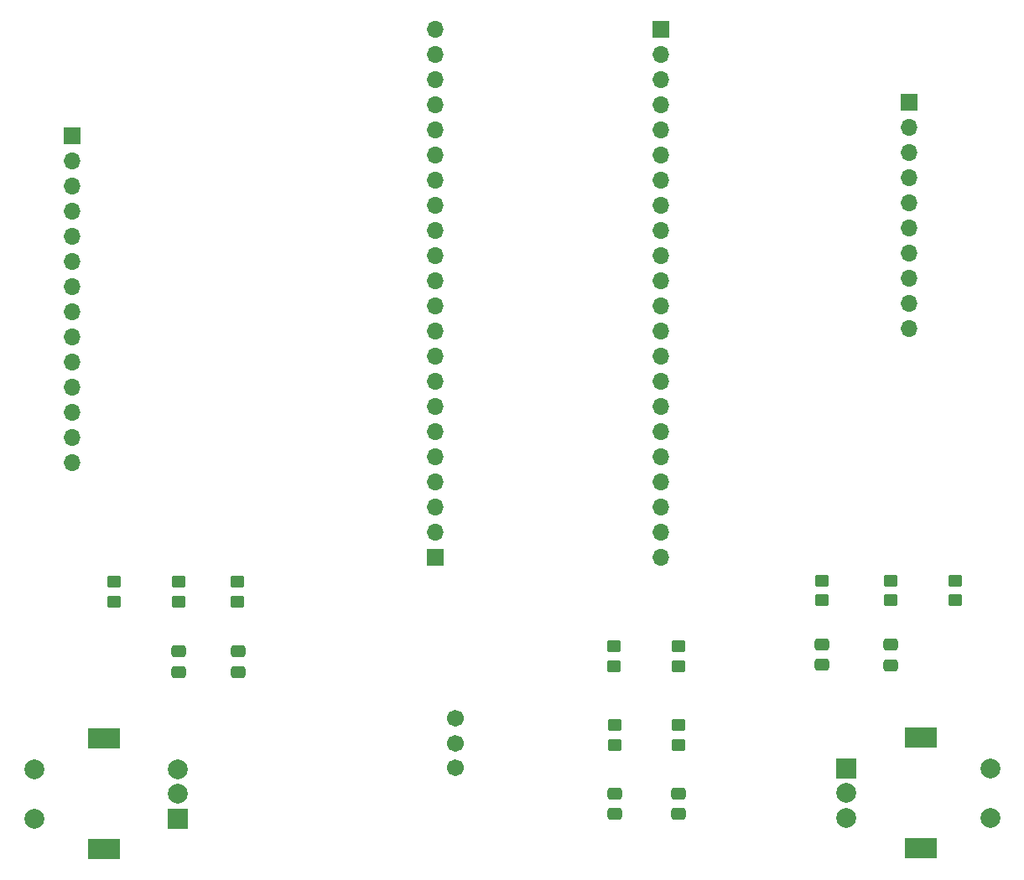
<source format=gts>
%TF.GenerationSoftware,KiCad,Pcbnew,8.0.1-rc1*%
%TF.CreationDate,2024-08-02T07:45:06-04:00*%
%TF.ProjectId,Schema,53636865-6d61-42e6-9b69-6361645f7063,rev?*%
%TF.SameCoordinates,Original*%
%TF.FileFunction,Soldermask,Top*%
%TF.FilePolarity,Negative*%
%FSLAX46Y46*%
G04 Gerber Fmt 4.6, Leading zero omitted, Abs format (unit mm)*
G04 Created by KiCad (PCBNEW 8.0.1-rc1) date 2024-08-02 07:45:06*
%MOMM*%
%LPD*%
G01*
G04 APERTURE LIST*
G04 Aperture macros list*
%AMRoundRect*
0 Rectangle with rounded corners*
0 $1 Rounding radius*
0 $2 $3 $4 $5 $6 $7 $8 $9 X,Y pos of 4 corners*
0 Add a 4 corners polygon primitive as box body*
4,1,4,$2,$3,$4,$5,$6,$7,$8,$9,$2,$3,0*
0 Add four circle primitives for the rounded corners*
1,1,$1+$1,$2,$3*
1,1,$1+$1,$4,$5*
1,1,$1+$1,$6,$7*
1,1,$1+$1,$8,$9*
0 Add four rect primitives between the rounded corners*
20,1,$1+$1,$2,$3,$4,$5,0*
20,1,$1+$1,$4,$5,$6,$7,0*
20,1,$1+$1,$6,$7,$8,$9,0*
20,1,$1+$1,$8,$9,$2,$3,0*%
G04 Aperture macros list end*
%ADD10RoundRect,0.250000X0.450000X-0.350000X0.450000X0.350000X-0.450000X0.350000X-0.450000X-0.350000X0*%
%ADD11RoundRect,0.250000X-0.475000X0.337500X-0.475000X-0.337500X0.475000X-0.337500X0.475000X0.337500X0*%
%ADD12R,1.700000X1.700000*%
%ADD13O,1.700000X1.700000*%
%ADD14RoundRect,0.250000X-0.450000X0.350000X-0.450000X-0.350000X0.450000X-0.350000X0.450000X0.350000X0*%
%ADD15R,2.000000X2.000000*%
%ADD16C,2.000000*%
%ADD17R,3.200000X2.000000*%
%ADD18C,1.701800*%
G04 APERTURE END LIST*
D10*
%TO.C,R3*%
X79810000Y-96472500D03*
X79810000Y-94472500D03*
%TD*%
%TO.C,R12*%
X130340000Y-110907500D03*
X130340000Y-108907500D03*
%TD*%
%TO.C,R10*%
X136840000Y-110907500D03*
X136840000Y-108907500D03*
%TD*%
D11*
%TO.C,C5*%
X136840000Y-115832500D03*
X136840000Y-117907500D03*
%TD*%
D12*
%TO.C,J4*%
X75620000Y-49360000D03*
D13*
X75620000Y-51900000D03*
X75620000Y-54440000D03*
X75620000Y-56980000D03*
X75620000Y-59520000D03*
X75620000Y-62060000D03*
X75620000Y-64600000D03*
X75620000Y-67140000D03*
X75620000Y-69680000D03*
X75620000Y-72220000D03*
X75620000Y-74760000D03*
X75620000Y-77300000D03*
X75620000Y-79840000D03*
X75620000Y-82380000D03*
%TD*%
D10*
%TO.C,R1*%
X86310000Y-96472500D03*
X86310000Y-94472500D03*
%TD*%
D14*
%TO.C,R4*%
X158260000Y-94340000D03*
X158260000Y-96340000D03*
%TD*%
%TO.C,R16*%
X164760000Y-94340000D03*
X164760000Y-96340000D03*
%TD*%
D11*
%TO.C,C8*%
X158260000Y-100802500D03*
X158260000Y-102877500D03*
%TD*%
D14*
%TO.C,R13*%
X151260000Y-94340000D03*
X151260000Y-96340000D03*
%TD*%
D15*
%TO.C,SW1*%
X86280000Y-118360000D03*
D16*
X86280000Y-113360000D03*
X86280000Y-115860000D03*
D17*
X78780000Y-121460000D03*
X78780000Y-110260000D03*
D16*
X71780000Y-113360000D03*
X71780000Y-118360000D03*
%TD*%
D11*
%TO.C,C2*%
X86310000Y-101472500D03*
X86310000Y-103547500D03*
%TD*%
D10*
%TO.C,R9*%
X136820000Y-102980000D03*
X136820000Y-100980000D03*
%TD*%
D11*
%TO.C,C6*%
X130340000Y-115832500D03*
X130340000Y-117907500D03*
%TD*%
%TO.C,C11*%
X151260000Y-100765000D03*
X151260000Y-102840000D03*
%TD*%
%TO.C,C1*%
X92340000Y-101490000D03*
X92340000Y-103565000D03*
%TD*%
D10*
%TO.C,R2*%
X92310000Y-96472500D03*
X92310000Y-94472500D03*
%TD*%
D18*
%TO.C,SW3*%
X114269100Y-108270000D03*
X114269100Y-110770000D03*
X114269100Y-113270000D03*
%TD*%
D15*
%TO.C,SW2*%
X153780000Y-113280000D03*
D16*
X153780000Y-118280000D03*
X153780000Y-115780000D03*
D17*
X161280000Y-110180000D03*
X161280000Y-121380000D03*
D16*
X168280000Y-118280000D03*
X168280000Y-113280000D03*
%TD*%
D14*
%TO.C,R11*%
X130330000Y-100980000D03*
X130330000Y-102980000D03*
%TD*%
D12*
%TO.C,J3*%
X160110000Y-46030000D03*
D13*
X160110000Y-48570000D03*
X160110000Y-51110000D03*
X160110000Y-53650000D03*
X160110000Y-56190000D03*
X160110000Y-58730000D03*
X160110000Y-61270000D03*
X160110000Y-63810000D03*
X160110000Y-66350000D03*
X160110000Y-68890000D03*
%TD*%
D12*
%TO.C,J1*%
X112220000Y-92010000D03*
D13*
X112220000Y-89470000D03*
X112220000Y-86930000D03*
X112220000Y-84390000D03*
X112220000Y-81850000D03*
X112220000Y-79310000D03*
X112220000Y-76770000D03*
X112220000Y-74230000D03*
X112220000Y-71690000D03*
X112220000Y-69150000D03*
X112220000Y-66610000D03*
X112220000Y-64070000D03*
X112220000Y-61530000D03*
X112220000Y-58990000D03*
X112220000Y-56450000D03*
X112220000Y-53910000D03*
X112220000Y-51370000D03*
X112220000Y-48830000D03*
X112220000Y-46290000D03*
X112220000Y-43750000D03*
X112220000Y-41210000D03*
X112220000Y-38670000D03*
%TD*%
D12*
%TO.C,J2*%
X135070000Y-38660000D03*
D13*
X135070000Y-41200000D03*
X135070000Y-43740000D03*
X135070000Y-46280000D03*
X135070000Y-48820000D03*
X135070000Y-51360000D03*
X135070000Y-53900000D03*
X135070000Y-56440000D03*
X135070000Y-58980000D03*
X135070000Y-61520000D03*
X135070000Y-64060000D03*
X135070000Y-66600000D03*
X135070000Y-69140000D03*
X135070000Y-71680000D03*
X135070000Y-74220000D03*
X135070000Y-76760000D03*
X135070000Y-79300000D03*
X135070000Y-81840000D03*
X135070000Y-84380000D03*
X135070000Y-86920000D03*
X135070000Y-89460000D03*
X135070000Y-92000000D03*
%TD*%
M02*

</source>
